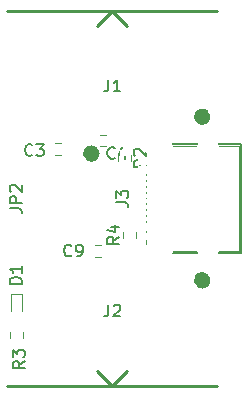
<source format=gto>
G04 #@! TF.GenerationSoftware,KiCad,Pcbnew,5.0.1*
G04 #@! TF.CreationDate,2018-12-06T20:50:16-08:00*
G04 #@! TF.ProjectId,pmod-samd21,706D6F642D73616D6432312E6B696361,rev?*
G04 #@! TF.SameCoordinates,PX8822960PY9c3a754*
G04 #@! TF.FileFunction,Legend,Top*
G04 #@! TF.FilePolarity,Positive*
%FSLAX46Y46*%
G04 Gerber Fmt 4.6, Leading zero omitted, Abs format (unit mm)*
G04 Created by KiCad (PCBNEW 5.0.1) date Thu 06 Dec 2018 08:50:16 PM PST*
%MOMM*%
%LPD*%
G01*
G04 APERTURE LIST*
%ADD10C,0.120000*%
%ADD11C,0.150000*%
%ADD12C,1.000000*%
%ADD13C,0.254000*%
%ADD14O,1.902000X1.302000*%
%ADD15O,2.502000X1.302000*%
%ADD16C,0.752000*%
%ADD17R,1.852000X0.402000*%
%ADD18R,2.602000X1.002000*%
%ADD19R,1.118000X2.642000*%
%ADD20R,0.702000X0.602000*%
%ADD21R,0.702000X0.502000*%
%ADD22R,0.802000X0.702000*%
G04 APERTURE END LIST*
D10*
G04 #@! TO.C,J3*
X11707000Y10122300D02*
X11707000Y19062300D01*
X11707000Y19062300D02*
X19657000Y19062300D01*
X19657000Y19062300D02*
X19657000Y10122300D01*
X11707000Y10122300D02*
X19657000Y10122300D01*
D11*
X19782000Y19192300D02*
X19782000Y9992300D01*
X19782000Y9992300D02*
X17832000Y9992300D01*
X16182000Y9992300D02*
X13882000Y9992300D01*
X19782000Y19192300D02*
X17832000Y19192300D01*
X16182000Y19192300D02*
X13882000Y19192300D01*
D12*
G04 #@! TO.C,JP2*
X7312000Y18392300D02*
G75*
G03X7312000Y18392300I-200000J0D01*
G01*
G04 #@! TO.C,J2*
X16702000Y7667300D02*
G75*
G03X16702000Y7667300I-200000J0D01*
G01*
D13*
X8902000Y-1282700D02*
X7632000Y-12700D01*
X10172000Y-12700D02*
X8902000Y-1282700D01*
X8902000Y-1282700D02*
X12000Y-1282700D01*
X17792000Y-1282700D02*
X8902000Y-1282700D01*
G04 #@! TO.C,J1*
X12000Y30467300D02*
X8902000Y30467300D01*
X8902000Y30467300D02*
X17792000Y30467300D01*
X7632000Y29197300D02*
X8902000Y30467300D01*
X8902000Y30467300D02*
X10172000Y29197300D01*
D12*
X16702000Y21517300D02*
G75*
G03X16702000Y21517300I-200000J0D01*
G01*
D10*
G04 #@! TO.C,C3*
X4568000Y19253300D02*
X4068000Y19253300D01*
X4068000Y18313300D02*
X4568000Y18313300D01*
G04 #@! TO.C,C4*
X7887305Y19036692D02*
X8387305Y19036692D01*
X8387305Y19976692D02*
X7887305Y19976692D01*
G04 #@! TO.C,C9*
X7412000Y9677300D02*
X7912000Y9677300D01*
X7912000Y10617300D02*
X7412000Y10617300D01*
G04 #@! TO.C,R3*
X1292000Y2785300D02*
X1292000Y3285300D01*
X232000Y3285300D02*
X232000Y2785300D01*
G04 #@! TO.C,D1*
X1212000Y6525300D02*
X312000Y6525300D01*
X312000Y6525300D02*
X312000Y5075300D01*
X1212000Y6525300D02*
X1212000Y5075300D01*
G04 #@! TO.C,R2*
X10436000Y17771300D02*
X10436000Y18271300D01*
X9376000Y18271300D02*
X9376000Y17771300D01*
G04 #@! TO.C,R4*
X10882000Y11267300D02*
X10882000Y11767300D01*
X9822000Y11767300D02*
X9822000Y11267300D01*
G04 #@! TO.C,J3*
D11*
X9234380Y14258967D02*
X9948666Y14258967D01*
X10091523Y14211348D01*
X10186761Y14116110D01*
X10234380Y13973253D01*
X10234380Y13878015D01*
X9234380Y14639920D02*
X9234380Y15258967D01*
X9615333Y14925634D01*
X9615333Y15068491D01*
X9662952Y15163729D01*
X9710571Y15211348D01*
X9805809Y15258967D01*
X10043904Y15258967D01*
X10139142Y15211348D01*
X10186761Y15163729D01*
X10234380Y15068491D01*
X10234380Y14782777D01*
X10186761Y14687539D01*
X10139142Y14639920D01*
G04 #@! TO.C,JP2*
X214380Y13758967D02*
X928666Y13758967D01*
X1071523Y13711348D01*
X1166761Y13616110D01*
X1214380Y13473253D01*
X1214380Y13378015D01*
X1214380Y14235158D02*
X214380Y14235158D01*
X214380Y14616110D01*
X262000Y14711348D01*
X309619Y14758967D01*
X404857Y14806586D01*
X547714Y14806586D01*
X642952Y14758967D01*
X690571Y14711348D01*
X738190Y14616110D01*
X738190Y14235158D01*
X309619Y15187539D02*
X262000Y15235158D01*
X214380Y15330396D01*
X214380Y15568491D01*
X262000Y15663729D01*
X309619Y15711348D01*
X404857Y15758967D01*
X500095Y15758967D01*
X642952Y15711348D01*
X1214380Y15139920D01*
X1214380Y15758967D01*
G04 #@! TO.C,J2*
X8568666Y5614920D02*
X8568666Y4900634D01*
X8521047Y4757777D01*
X8425809Y4662539D01*
X8282952Y4614920D01*
X8187714Y4614920D01*
X8997238Y5519681D02*
X9044857Y5567300D01*
X9140095Y5614920D01*
X9378190Y5614920D01*
X9473428Y5567300D01*
X9521047Y5519681D01*
X9568666Y5424443D01*
X9568666Y5329205D01*
X9521047Y5186348D01*
X8949619Y4614920D01*
X9568666Y4614920D01*
G04 #@! TO.C,J1*
X8568666Y24664920D02*
X8568666Y23950634D01*
X8521047Y23807777D01*
X8425809Y23712539D01*
X8282952Y23664920D01*
X8187714Y23664920D01*
X9568666Y23664920D02*
X8997238Y23664920D01*
X9282952Y23664920D02*
X9282952Y24664920D01*
X9187714Y24522062D01*
X9092476Y24426824D01*
X8997238Y24379205D01*
G04 #@! TO.C,C3*
X2119333Y18299158D02*
X2071714Y18251539D01*
X1928857Y18203920D01*
X1833619Y18203920D01*
X1690761Y18251539D01*
X1595523Y18346777D01*
X1547904Y18442015D01*
X1500285Y18632491D01*
X1500285Y18775348D01*
X1547904Y18965824D01*
X1595523Y19061062D01*
X1690761Y19156300D01*
X1833619Y19203920D01*
X1928857Y19203920D01*
X2071714Y19156300D01*
X2119333Y19108681D01*
X2452666Y19203920D02*
X3071714Y19203920D01*
X2738380Y18822967D01*
X2881238Y18822967D01*
X2976476Y18775348D01*
X3024095Y18727729D01*
X3071714Y18632491D01*
X3071714Y18394396D01*
X3024095Y18299158D01*
X2976476Y18251539D01*
X2881238Y18203920D01*
X2595523Y18203920D01*
X2500285Y18251539D01*
X2452666Y18299158D01*
G04 #@! TO.C,C4*
X9104333Y18045158D02*
X9056714Y17997539D01*
X8913857Y17949920D01*
X8818619Y17949920D01*
X8675761Y17997539D01*
X8580523Y18092777D01*
X8532904Y18188015D01*
X8485285Y18378491D01*
X8485285Y18521348D01*
X8532904Y18711824D01*
X8580523Y18807062D01*
X8675761Y18902300D01*
X8818619Y18949920D01*
X8913857Y18949920D01*
X9056714Y18902300D01*
X9104333Y18854681D01*
X9961476Y18616586D02*
X9961476Y17949920D01*
X9723380Y18997539D02*
X9485285Y18283253D01*
X10104333Y18283253D01*
G04 #@! TO.C,C9*
X5421333Y9790158D02*
X5373714Y9742539D01*
X5230857Y9694920D01*
X5135619Y9694920D01*
X4992761Y9742539D01*
X4897523Y9837777D01*
X4849904Y9933015D01*
X4802285Y10123491D01*
X4802285Y10266348D01*
X4849904Y10456824D01*
X4897523Y10552062D01*
X4992761Y10647300D01*
X5135619Y10694920D01*
X5230857Y10694920D01*
X5373714Y10647300D01*
X5421333Y10599681D01*
X5897523Y9694920D02*
X6088000Y9694920D01*
X6183238Y9742539D01*
X6230857Y9790158D01*
X6326095Y9933015D01*
X6373714Y10123491D01*
X6373714Y10504443D01*
X6326095Y10599681D01*
X6278476Y10647300D01*
X6183238Y10694920D01*
X5992761Y10694920D01*
X5897523Y10647300D01*
X5849904Y10599681D01*
X5802285Y10504443D01*
X5802285Y10266348D01*
X5849904Y10171110D01*
X5897523Y10123491D01*
X5992761Y10075872D01*
X6183238Y10075872D01*
X6278476Y10123491D01*
X6326095Y10171110D01*
X6373714Y10266348D01*
G04 #@! TO.C,R3*
X1468380Y836634D02*
X992190Y503300D01*
X1468380Y265205D02*
X468380Y265205D01*
X468380Y646158D01*
X516000Y741396D01*
X563619Y789015D01*
X658857Y836634D01*
X801714Y836634D01*
X896952Y789015D01*
X944571Y741396D01*
X992190Y646158D01*
X992190Y265205D01*
X468380Y1169967D02*
X468380Y1789015D01*
X849333Y1455681D01*
X849333Y1598539D01*
X896952Y1693777D01*
X944571Y1741396D01*
X1039809Y1789015D01*
X1277904Y1789015D01*
X1373142Y1741396D01*
X1420761Y1693777D01*
X1468380Y1598539D01*
X1468380Y1312824D01*
X1420761Y1217586D01*
X1373142Y1169967D01*
G04 #@! TO.C,D1*
X1214380Y7377205D02*
X214380Y7377205D01*
X214380Y7615300D01*
X262000Y7758158D01*
X357238Y7853396D01*
X452476Y7901015D01*
X642952Y7948634D01*
X785809Y7948634D01*
X976285Y7901015D01*
X1071523Y7853396D01*
X1166761Y7758158D01*
X1214380Y7615300D01*
X1214380Y7377205D01*
X1214380Y8901015D02*
X1214380Y8329586D01*
X1214380Y8615300D02*
X214380Y8615300D01*
X357238Y8520062D01*
X452476Y8424824D01*
X500095Y8329586D01*
G04 #@! TO.C,R2*
X11708380Y17854634D02*
X11232190Y17521300D01*
X11708380Y17283205D02*
X10708380Y17283205D01*
X10708380Y17664158D01*
X10756000Y17759396D01*
X10803619Y17807015D01*
X10898857Y17854634D01*
X11041714Y17854634D01*
X11136952Y17807015D01*
X11184571Y17759396D01*
X11232190Y17664158D01*
X11232190Y17283205D01*
X10803619Y18235586D02*
X10756000Y18283205D01*
X10708380Y18378443D01*
X10708380Y18616539D01*
X10756000Y18711777D01*
X10803619Y18759396D01*
X10898857Y18807015D01*
X10994095Y18807015D01*
X11136952Y18759396D01*
X11708380Y18187967D01*
X11708380Y18807015D01*
G04 #@! TO.C,R4*
X9454380Y11350634D02*
X8978190Y11017300D01*
X9454380Y10779205D02*
X8454380Y10779205D01*
X8454380Y11160158D01*
X8502000Y11255396D01*
X8549619Y11303015D01*
X8644857Y11350634D01*
X8787714Y11350634D01*
X8882952Y11303015D01*
X8930571Y11255396D01*
X8978190Y11160158D01*
X8978190Y10779205D01*
X8787714Y12207777D02*
X9454380Y12207777D01*
X8406761Y11969681D02*
X9121047Y11731586D01*
X9121047Y12350634D01*
G04 #@! TD*
%LPC*%
D14*
G04 #@! TO.C,J3*
X17002000Y10272300D03*
X17002000Y18912300D03*
D15*
X12822000Y10272300D03*
X12822000Y18912300D03*
D16*
X13322000Y11702300D03*
X13322000Y17482300D03*
D17*
X11982000Y14842300D03*
X11982000Y15342300D03*
X11982000Y15842300D03*
X11982000Y16342300D03*
X11982000Y13842300D03*
X11982000Y12842300D03*
X11982000Y13342300D03*
X11982000Y14342300D03*
X11982000Y11242300D03*
X11982000Y11542300D03*
X11982000Y12042300D03*
X11982000Y12342300D03*
X11982000Y17142300D03*
X11982000Y16842300D03*
X11982000Y17642300D03*
X11982000Y17942300D03*
G04 #@! TD*
D18*
G04 #@! TO.C,JP2*
X3302000Y12052300D03*
X7112000Y12052300D03*
X3302000Y13322300D03*
X7112000Y13322300D03*
X3302000Y14592300D03*
X7112000Y14592300D03*
X3302000Y15862300D03*
X7112000Y15862300D03*
X3302000Y17132300D03*
X7112000Y17132300D03*
G04 #@! TD*
D19*
G04 #@! TO.C,J2*
X2552000Y2527300D03*
X2552000Y7607300D03*
X5092000Y2527300D03*
X5092000Y7607300D03*
X7632000Y2527300D03*
X7632000Y7607300D03*
X10172000Y2527300D03*
X10172000Y7607300D03*
X12712000Y2527300D03*
X12712000Y7607300D03*
X15252000Y2527300D03*
X15252000Y7607300D03*
G04 #@! TD*
G04 #@! TO.C,J1*
X2552000Y21577300D03*
X2552000Y26657300D03*
X5092000Y21577300D03*
X5092000Y26657300D03*
X7632000Y21577300D03*
X7632000Y26657300D03*
X10172000Y21577300D03*
X10172000Y26657300D03*
X12712000Y21577300D03*
X12712000Y26657300D03*
X15252000Y21577300D03*
X15252000Y26657300D03*
G04 #@! TD*
D20*
G04 #@! TO.C,C3*
X3768000Y18783300D03*
X4868000Y18783300D03*
G04 #@! TD*
G04 #@! TO.C,C4*
X8687305Y19506692D03*
X7587305Y19506692D03*
G04 #@! TD*
G04 #@! TO.C,C9*
X8212000Y10147300D03*
X7112000Y10147300D03*
G04 #@! TD*
D21*
G04 #@! TO.C,R3*
X762000Y3485300D03*
X762000Y2585300D03*
G04 #@! TD*
D22*
G04 #@! TO.C,D1*
X762000Y5025300D03*
X762000Y6125300D03*
G04 #@! TD*
D21*
G04 #@! TO.C,R2*
X9906000Y18471300D03*
X9906000Y17571300D03*
G04 #@! TD*
G04 #@! TO.C,R4*
X10352000Y11967300D03*
X10352000Y11067300D03*
G04 #@! TD*
M02*

</source>
